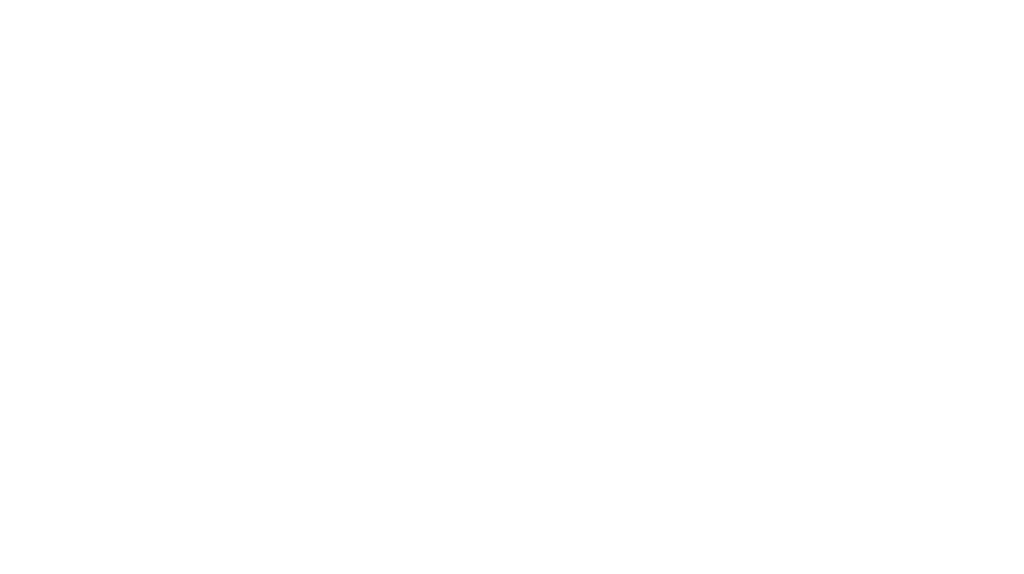
<source format=kicad_pcb>
(kicad_pcb (version 20171130) (host pcbnew "(5.0.1)-4")

  (general
    (thickness 1.6)
    (drawings 18)
    (tracks 0)
    (zones 0)
    (modules 0)
    (nets 1)
  )

  (page A4)
  (layers
    (0 F.Cu signal)
    (31 B.Cu signal)
    (32 B.Adhes user)
    (33 F.Adhes user)
    (34 B.Paste user)
    (35 F.Paste user)
    (36 B.SilkS user)
    (37 F.SilkS user)
    (38 B.Mask user)
    (39 F.Mask user)
    (40 Dwgs.User user)
    (41 Cmts.User user)
    (42 Eco1.User user)
    (43 Eco2.User user)
    (44 Edge.Cuts user)
    (45 Margin user)
    (46 B.CrtYd user)
    (47 F.CrtYd user)
    (48 B.Fab user)
    (49 F.Fab user)
  )

  (setup
    (last_trace_width 0.25)
    (trace_clearance 0.2)
    (zone_clearance 0.508)
    (zone_45_only no)
    (trace_min 0.2)
    (segment_width 0.4)
    (edge_width 0.2)
    (via_size 0.8)
    (via_drill 0.4)
    (via_min_size 0.4)
    (via_min_drill 0.3)
    (uvia_size 0.3)
    (uvia_drill 0.1)
    (uvias_allowed no)
    (uvia_min_size 0.2)
    (uvia_min_drill 0.1)
    (pcb_text_width 0.3)
    (pcb_text_size 1.5 1.5)
    (mod_edge_width 0.15)
    (mod_text_size 1 1)
    (mod_text_width 0.15)
    (pad_size 1.524 1.524)
    (pad_drill 0.762)
    (pad_to_mask_clearance 0.051)
    (solder_mask_min_width 0.25)
    (aux_axis_origin 0 0)
    (visible_elements 7FFFFFFF)
    (pcbplotparams
      (layerselection 0x010f0_ffffffff)
      (usegerberextensions false)
      (usegerberattributes false)
      (usegerberadvancedattributes false)
      (creategerberjobfile false)
      (excludeedgelayer true)
      (linewidth 0.100000)
      (plotframeref false)
      (viasonmask false)
      (mode 1)
      (useauxorigin false)
      (hpglpennumber 1)
      (hpglpenspeed 20)
      (hpglpendiameter 15.000000)
      (psnegative false)
      (psa4output false)
      (plotreference true)
      (plotvalue true)
      (plotinvisibletext false)
      (padsonsilk false)
      (subtractmaskfromsilk false)
      (outputformat 1)
      (mirror false)
      (drillshape 0)
      (scaleselection 1)
      (outputdirectory ""))
  )

  (net 0 "")

  (net_class Default "This is the default net class."
    (clearance 0.2)
    (trace_width 0.25)
    (via_dia 0.8)
    (via_drill 0.4)
    (uvia_dia 0.3)
    (uvia_drill 0.1)
  )

  (gr_circle (center 7.5 36.65) (end 9.1 36.45) (layer Eco2.User) (width 0.2) (tstamp 5DA91938))
  (gr_circle (center 63.35 36.65) (end 64.95 36.45) (layer Eco2.User) (width 0.2) (tstamp 5DA91936))
  (gr_circle (center 63.35 3) (end 64.95 2.8) (layer Eco2.User) (width 0.2) (tstamp 5DA91934))
  (gr_circle (center 7.5 3) (end 9.1 2.8) (layer Eco2.User) (width 0.2))
  (gr_circle (center 63.3 25.65) (end 66.45 25.65) (layer Eco2.User) (width 0.2) (tstamp 5DA91852))
  (gr_circle (center 49.35 25.65) (end 52.5 25.65) (layer Eco2.User) (width 0.05) (tstamp 5DA9184E))
  (gr_circle (center 35.35 25.65) (end 38.5 25.65) (layer Eco2.User) (width 0.2) (tstamp 5DA9184A))
  (gr_circle (center 21.3 25.65) (end 24.45 25.65) (layer Eco2.User) (width 0.2) (tstamp 5DA91846))
  (gr_circle (center 63.3 13.75) (end 66.45 13.75) (layer Eco2.User) (width 0.2) (tstamp 5DA91838))
  (gr_circle (center 49.35 13.75) (end 52.5 13.75) (layer Eco2.User) (width 0.2) (tstamp 5DA91824))
  (gr_circle (center 35.35 13.75) (end 38.5 13.75) (layer Eco2.User) (width 0.2) (tstamp 5DA91814))
  (gr_circle (center 21.3 13.75) (end 24.45 13.75) (layer Eco2.User) (width 0.05) (tstamp 5DA91800))
  (gr_circle (center 7.35 25.65) (end 10.5 25.65) (layer Eco2.User) (width 0.2) (tstamp 5DA917DE))
  (gr_circle (center 7.35 13.75) (end 10.5 13.75) (layer Eco2.User) (width 0.2))
  (gr_line (start 70.8 0) (end 70.8 39.65) (layer Eco2.User) (width 0.2))
  (gr_line (start 0 0) (end 70.8 0) (layer Eco2.User) (width 0.2))
  (gr_line (start 0 39.65) (end 70.8 39.65) (layer Eco2.User) (width 0.2))
  (gr_line (start 0 0) (end 0 39.65) (layer Eco2.User) (width 0.2))

)

</source>
